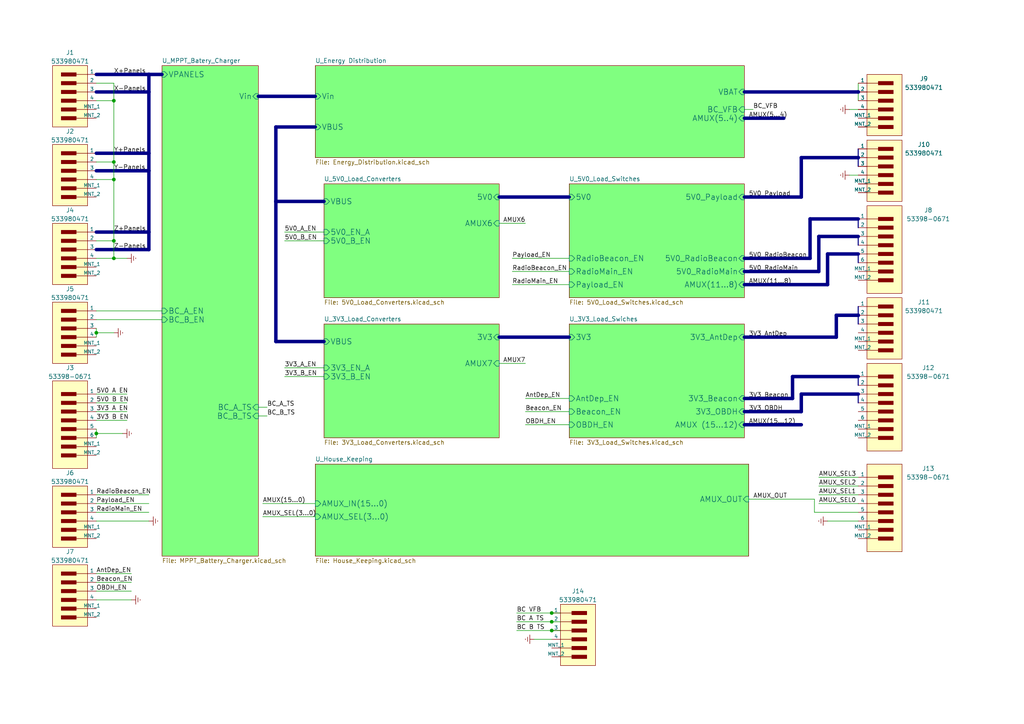
<source format=kicad_sch>
(kicad_sch (version 20230121) (generator eeschema)
  (paper "A4")
  (lib_symbols
    (symbol "533980471_1" (pin_names (offset 0))
      (property "Reference" "J1" (at -11.43 11.43 0))
      (property "Value" "533980471" (at -11.43 8.89 0))
      (symbol "533980471_1_1_1"
        (rectangle (start -16.51 7.62) (end -6.35 -10.16) (fill (type background)))
        (rectangle (start -13.97 -7.112) (end -9.652 -8.128) (fill (type outline)))
        (rectangle (start -13.97 -4.572) (end -9.652 -5.588) (fill (type outline)))
        (rectangle (start -13.97 -2.032) (end -9.652 -3.048) (fill (type outline)))
        (rectangle (start -13.97 0.508) (end -9.652 -0.508) (fill (type outline)))
        (rectangle (start -13.97 3.048) (end -9.652 2.032) (fill (type outline)))
        (rectangle (start -13.97 5.588) (end -9.652 4.572) (fill (type outline)))
        (polyline (pts (xy -11.938 -7.62) (xy -6.35 -7.62)))
        (polyline (pts (xy -11.938 -5.08) (xy -6.35 -5.08)))
        (polyline (pts (xy -11.938 -2.54) (xy -6.35 -2.54)))
        (polyline (pts (xy -11.938 0) (xy -6.35 0)))
        (polyline (pts (xy -11.938 2.54) (xy -6.35 2.54)))
        (polyline (pts (xy -11.938 5.08) (xy -6.35 5.08)))
        (pin passive line (at -3.81 5.08 180) (length 2.54) (name "1") (number ""))
        (pin passive line (at -3.81 2.54 180) (length 2.54) (name "2") (number ""))
        (pin passive line (at -3.81 0 180) (length 2.54) (name "3") (number ""))
        (pin passive line (at -3.81 -2.54 180) (length 2.54) (name "4") (number ""))
        (pin passive line (at -3.81 -5.08 180) (length 2.54) (name "MNT_1") (number ""))
        (pin passive line (at -3.81 -7.62 180) (length 2.54) (name "MNT_2") (number ""))
      )
    )
    (symbol "533980671:53398-0671" (pin_names (offset 0))
      (property "Reference" "J3" (at -10.16 8.89 0))
      (property "Value" "53398-0671" (at -10.16 6.35 0))
      (symbol "53398-0671_1_1"
        (rectangle (start -15.24 5.08) (end -5.08 -20.32) (fill (type background)))
        (rectangle (start -12.7 -16.002) (end -8.382 -17.018) (fill (type outline)))
        (rectangle (start -12.7 -13.462) (end -8.382 -14.478) (fill (type outline)))
        (rectangle (start -12.7 -10.922) (end -8.382 -11.938) (fill (type outline)))
        (rectangle (start -12.7 -8.382) (end -8.382 -9.398) (fill (type outline)))
        (rectangle (start -12.7 -5.842) (end -8.382 -6.858) (fill (type outline)))
        (rectangle (start -12.7 -3.302) (end -8.382 -4.318) (fill (type outline)))
        (rectangle (start -12.7 -0.762) (end -8.382 -1.778) (fill (type outline)))
        (rectangle (start -12.7 1.778) (end -8.382 0.762) (fill (type outline)))
        (polyline (pts (xy -10.668 -16.51) (xy -5.08 -16.51)))
        (polyline (pts (xy -10.668 -13.97) (xy -5.08 -13.97)))
        (polyline (pts (xy -10.668 -11.43) (xy -5.08 -11.43)))
        (polyline (pts (xy -10.668 -8.89) (xy -5.08 -8.89)))
        (polyline (pts (xy -10.668 -6.35) (xy -5.08 -6.35)))
        (polyline (pts (xy -10.668 -3.81) (xy -5.08 -3.81)))
        (polyline (pts (xy -10.668 -1.27) (xy -5.08 -1.27)))
        (polyline (pts (xy -10.668 1.27) (xy -5.08 1.27)))
        (pin passive line (at -2.54 1.27 180) (length 2.54) (name "1") (number ""))
        (pin passive line (at -2.54 -1.27 180) (length 2.54) (name "2") (number ""))
        (pin passive line (at -2.54 -3.81 180) (length 2.54) (name "3") (number ""))
        (pin passive line (at -2.54 -6.35 180) (length 2.54) (name "4") (number ""))
        (pin passive line (at -2.54 -8.89 180) (length 2.54) (name "5") (number ""))
        (pin passive line (at -2.54 -11.43 180) (length 2.54) (name "6") (number ""))
        (pin passive line (at -2.54 -13.97 180) (length 2.54) (name "MNT_1") (number ""))
        (pin passive line (at -2.54 -16.51 180) (length 2.54) (name "MNT_2") (number ""))
      )
    )
    (symbol "power:Earth" (power) (pin_names (offset 0))
      (symbol "Earth_0_1"
        (polyline (pts (xy -0.635 -1.905) (xy 0.635 -1.905)))
        (polyline (pts (xy -0.127 -2.54) (xy 0.127 -2.54)))
        (polyline (pts (xy 0 -1.27) (xy 0 0)))
        (polyline (pts (xy 1.27 -1.27) (xy -1.27 -1.27)))
      )
      (symbol "Earth_1_1"
        (pin power_in line (at 0 0 270) (length 0) hide (name "Earth") (number "1"))
      )
    )
  )
  (junction (at 248.92 45.72))
  (junction (at 43.18 67.31))
  (junction (at 248.92 26.67))
  (junction (at 33.02 74.93))
  (junction (at 43.18 21.59))
  (junction (at 27.94 96.52))
  (junction (at 43.18 26.67))
  (junction (at 33.02 46.99))
  (junction (at 33.02 52.07))
  (junction (at 43.18 44.45))
  (junction (at 27.94 125.73))
  (junction (at 43.18 49.53))
  (junction (at 248.92 91.44))
  (junction (at 33.02 29.21))
  (junction (at 160.02 182.88))
  (junction (at 33.02 69.85))
  (junction (at 80.01 58.42))
  (junction (at 160.02 177.8))
  (junction (at 160.02 180.34))
  (bus (pts (xy 237.49 68.58) (xy 237.49 78.74)) (stroke (width 1)))
  (wire (pts (xy 27.94 90.17) (xy 46.99 90.17)))
  (bus (pts (xy 234.95 74.93) (xy 215.9 74.93)) (stroke (width 1)))
  (wire (pts (xy 33.02 52.07) (xy 27.94 52.07)))
  (wire (pts (xy 27.94 121.92) (xy 36.83 121.92)))
  (wire (pts (xy 33.02 74.93) (xy 27.94 74.93)))
  (bus (pts (xy 237.49 78.74) (xy 215.9 78.74)) (stroke (width 1)))
  (bus (pts (xy 240.03 73.66) (xy 240.03 82.55)) (stroke (width 1)))
  (wire (pts (xy 240.03 151.13) (xy 248.92 151.13)))
  (bus (pts (xy 248.92 45.72) (xy 232.41 45.72)) (stroke (width 1)))
  (wire (pts (xy 215.9 31.75) (xy 218.44 31.75)))
  (bus (pts (xy 80.01 99.06) (xy 80.01 58.42)) (stroke (width 1)))
  (wire (pts (xy 27.94 96.52) (xy 27.94 97.79)))
  (wire (pts (xy 74.93 118.11) (xy 77.47 118.11)))
  (wire (pts (xy 33.02 29.21) (xy 27.94 29.21)))
  (wire (pts (xy 27.94 92.71) (xy 46.99 92.71)))
  (bus (pts (xy 248.92 91.44) (xy 248.92 93.98)))
  (bus (pts (xy 240.03 82.55) (xy 215.9 82.55)) (stroke (width 1)))
  (bus (pts (xy 248.92 45.72) (xy 248.92 48.26)))
  (bus (pts (xy 215.9 115.57) (xy 229.87 115.57)) (stroke (width 1)))
  (wire (pts (xy 82.55 106.68) (xy 93.98 106.68)))
  (bus (pts (xy 27.94 44.45) (xy 43.18 44.45)) (stroke (width 1)))
  (wire (pts (xy 237.49 138.43) (xy 248.92 138.43)))
  (wire (pts (xy 152.4 123.19) (xy 165.1 123.19)))
  (wire (pts (xy 33.02 46.99) (xy 33.02 52.07)))
  (bus (pts (xy 232.41 45.72) (xy 232.41 57.15)) (stroke (width 1)))
  (bus (pts (xy 74.93 27.94) (xy 91.44 27.94)) (stroke (width 1)))
  (wire (pts (xy 33.02 69.85) (xy 27.94 69.85)))
  (wire (pts (xy 237.49 143.51) (xy 248.92 143.51)))
  (wire (pts (xy 154.94 185.42) (xy 160.02 185.42)))
  (wire (pts (xy 152.4 115.57) (xy 165.1 115.57)))
  (wire (pts (xy 237.49 146.05) (xy 248.92 146.05)))
  (wire (pts (xy 33.02 24.13) (xy 33.02 29.21)))
  (wire (pts (xy 82.55 67.31) (xy 93.98 67.31)))
  (wire (pts (xy 82.55 69.85) (xy 93.98 69.85)))
  (bus (pts (xy 248.92 68.58) (xy 237.49 68.58)) (stroke (width 1)))
  (bus (pts (xy 43.18 26.67) (xy 43.18 21.59)) (stroke (width 1)))
  (wire (pts (xy 33.02 29.21) (xy 33.02 46.99)))
  (bus (pts (xy 248.92 109.22) (xy 248.92 111.76)))
  (wire (pts (xy 27.94 119.38) (xy 36.83 119.38)))
  (bus (pts (xy 43.18 49.53) (xy 43.18 67.31)) (stroke (width 1)))
  (bus (pts (xy 27.94 49.53) (xy 43.18 49.53)) (stroke (width 1)))
  (wire (pts (xy 27.94 173.99) (xy 38.1 173.99)))
  (wire (pts (xy 27.94 168.91) (xy 38.1 168.91)))
  (bus (pts (xy 43.18 26.67) (xy 43.18 44.45)) (stroke (width 1)))
  (wire (pts (xy 27.94 24.13) (xy 33.02 24.13)))
  (wire (pts (xy 27.94 166.37) (xy 38.1 166.37)))
  (bus (pts (xy 144.78 57.15) (xy 165.1 57.15)) (stroke (width 1)))
  (bus (pts (xy 80.01 36.83) (xy 80.01 58.42)) (stroke (width 1)))
  (wire (pts (xy 160.02 177.8) (xy 162.56 177.8)))
  (wire (pts (xy 27.94 148.59) (xy 43.18 148.59)))
  (wire (pts (xy 33.02 69.85) (xy 33.02 74.93)))
  (bus (pts (xy 234.95 63.5) (xy 234.95 74.93)) (stroke (width 1)))
  (bus (pts (xy 248.92 68.58) (xy 248.92 71.12)))
  (wire (pts (xy 27.94 114.3) (xy 36.83 114.3)))
  (bus (pts (xy 248.92 73.66) (xy 240.03 73.66)) (stroke (width 1)))
  (bus (pts (xy 144.78 97.79) (xy 165.1 97.79)) (stroke (width 1)))
  (wire (pts (xy 144.78 105.41) (xy 152.4 105.41)))
  (bus (pts (xy 248.92 63.5) (xy 248.92 66.04)))
  (bus (pts (xy 215.9 123.19) (xy 232.41 123.19)) (stroke (width 1)))
  (wire (pts (xy 248.92 26.67) (xy 248.92 29.21)))
  (bus (pts (xy 215.9 34.29) (xy 227.33 34.29)) (stroke (width 1)))
  (wire (pts (xy 76.2 149.86) (xy 91.44 149.86)))
  (wire (pts (xy 149.86 180.34) (xy 160.02 180.34)))
  (wire (pts (xy 236.22 148.59) (xy 248.92 148.59)))
  (bus (pts (xy 27.94 72.39) (xy 43.18 72.39)) (stroke (width 1)))
  (wire (pts (xy 236.22 144.78) (xy 236.22 148.59)))
  (bus (pts (xy 93.98 99.06) (xy 80.01 99.06)) (stroke (width 1)))
  (bus (pts (xy 248.92 109.22) (xy 229.87 109.22)) (stroke (width 1)))
  (wire (pts (xy 144.78 64.77) (xy 152.4 64.77)))
  (wire (pts (xy 152.4 119.38) (xy 165.1 119.38)))
  (wire (pts (xy 27.94 146.05) (xy 43.18 146.05)))
  (bus (pts (xy 229.87 109.22) (xy 229.87 115.57)) (stroke (width 1)))
  (wire (pts (xy 27.94 96.52) (xy 33.02 96.52)))
  (bus (pts (xy 43.18 44.45) (xy 43.18 49.53)) (stroke (width 1)))
  (bus (pts (xy 248.92 114.3) (xy 248.92 116.84)))
  (bus (pts (xy 27.94 21.59) (xy 43.18 21.59)) (stroke (width 1)))
  (bus (pts (xy 232.41 119.38) (xy 232.41 114.3)) (stroke (width 1)))
  (bus (pts (xy 232.41 114.3) (xy 248.92 114.3)) (stroke (width 1)))
  (wire (pts (xy 27.94 125.73) (xy 35.56 125.73)))
  (bus (pts (xy 43.18 21.59) (xy 46.99 21.59)) (stroke (width 1)))
  (wire (pts (xy 33.02 74.93) (xy 36.83 74.93)))
  (wire (pts (xy 217.17 144.78) (xy 236.22 144.78)))
  (bus (pts (xy 242.57 97.79) (xy 242.57 91.44)) (stroke (width 1)))
  (wire (pts (xy 76.2 146.05) (xy 91.44 146.05)))
  (wire (pts (xy 33.02 52.07) (xy 33.02 69.85)))
  (bus (pts (xy 80.01 58.42) (xy 93.98 58.42)) (stroke (width 1)))
  (bus (pts (xy 248.92 73.66) (xy 248.92 76.2)))
  (bus (pts (xy 232.41 57.15) (xy 215.9 57.15)) (stroke (width 1)))
  (wire (pts (xy 27.94 143.51) (xy 43.18 143.51)))
  (bus (pts (xy 215.9 97.79) (xy 242.57 97.79)) (stroke (width 1)))
  (wire (pts (xy 148.59 74.93) (xy 165.1 74.93)))
  (bus (pts (xy 27.94 67.31) (xy 43.18 67.31)) (stroke (width 1)))
  (wire (pts (xy 33.02 46.99) (xy 27.94 46.99)))
  (wire (pts (xy 149.86 177.8) (xy 160.02 177.8)))
  (wire (pts (xy 160.02 180.34) (xy 162.56 180.34)))
  (wire (pts (xy 148.59 82.55) (xy 165.1 82.55)))
  (wire (pts (xy 237.49 140.97) (xy 248.92 140.97)))
  (wire (pts (xy 27.94 95.25) (xy 27.94 96.52)))
  (bus (pts (xy 27.94 26.67) (xy 43.18 26.67)) (stroke (width 1)))
  (wire (pts (xy 82.55 109.22) (xy 93.98 109.22)))
  (bus (pts (xy 43.18 67.31) (xy 43.18 72.39)) (stroke (width 1)))
  (wire (pts (xy 248.92 24.13) (xy 248.92 26.67)))
  (bus (pts (xy 248.92 43.18) (xy 248.92 45.72)))
  (bus (pts (xy 91.44 36.83) (xy 80.01 36.83)) (stroke (width 1)))
  (wire (pts (xy 27.94 125.73) (xy 27.94 127)))
  (wire (pts (xy 27.94 171.45) (xy 38.1 171.45)))
  (bus (pts (xy 248.92 63.5) (xy 234.95 63.5)) (stroke (width 1)))
  (bus (pts (xy 248.92 88.9) (xy 248.92 91.44)))
  (bus (pts (xy 215.9 26.67) (xy 248.92 26.67)) (stroke (width 1)))
  (wire (pts (xy 246.38 50.8) (xy 248.92 50.8)))
  (wire (pts (xy 27.94 124.46) (xy 27.94 125.73)))
  (bus (pts (xy 215.9 119.38) (xy 232.41 119.38)) (stroke (width 1)))
  (wire (pts (xy 27.94 151.13) (xy 43.18 151.13)))
  (bus (pts (xy 242.57 91.44) (xy 248.92 91.44)) (stroke (width 1)))
  (wire (pts (xy 149.86 182.88) (xy 160.02 182.88)))
  (wire (pts (xy 74.93 120.65) (xy 77.47 120.65)))
  (wire (pts (xy 148.59 78.74) (xy 165.1 78.74)))
  (wire (pts (xy 27.94 116.84) (xy 36.83 116.84)))
  (wire (pts (xy 160.02 182.88) (xy 162.56 182.88)))
  (wire (pts (xy 246.38 31.75) (xy 248.92 31.75)))
  (label "3V3_B_EN" (at 82.55 109.22 0))
  (label "3V3_Beacon" (at 217.17 115.57 0))
  (label "BC_B_TS" (at 77.47 120.65 0))
  (label "AMUX(15...0)" (at 76.2 146.05 0))
  (label "Beacon_EN" (at 152.4 119.38 0))
  (label "AMUX(15...12)" (at 217.17 123.19 0))
  (label "5V0 B EN" (at 27.94 116.84 0))
  (label "AMUX6" (at 152.4 64.77 180))
  (label "BC VFB" (at 149.86 177.8 0))
  (label "Z-Panels" (at 33.02 72.39 0))
  (label "AMUX_SEL(3...0)" (at 76.2 149.86 0))
  (label "5V0 A EN" (at 27.94 114.3 0))
  (label "5V0_A_EN" (at 82.55 67.31 0))
  (label "3V3_A_EN" (at 82.55 106.68 0))
  (label "BC_A_TS" (at 77.47 118.11 0))
  (label "AMUX_SEL3" (at 237.49 138.43 0))
  (label "AMUX7" (at 152.4 105.41 180))
  (label "AMUX_OUT" (at 218.44 144.78 0))
  (label "Y+Panels" (at 33.02 44.45 0))
  (label "AntDep_EN" (at 152.4 115.57 0))
  (label "BC B TS" (at 149.86 182.88 0))
  (label "RadioBeacon_EN" (at 27.94 143.51 0))
  (label "Beacon_EN" (at 27.94 168.91 0))
  (label "RadioMain_EN" (at 27.94 148.59 0))
  (label "BC A TS" (at 149.86 180.34 0))
  (label "AMUX_SEL2" (at 237.49 140.97 0))
  (label "AMUX_SEL0" (at 237.49 146.05 0))
  (label "Y-Panels" (at 33.02 49.53 0))
  (label "X+Panels" (at 33.02 21.59 0))
  (label "Payload_EN" (at 148.59 74.93 0))
  (label "AntDep_EN" (at 27.94 166.37 0))
  (label "5V0_B_EN" (at 82.55 69.85 0))
  (label "OBDH_EN" (at 27.94 171.45 0))
  (label "3V3_AntDep" (at 217.17 97.79 0))
  (label "3V3 A EN" (at 27.94 119.38 0))
  (label "AMUX_SEL1" (at 237.49 143.51 0))
  (label "5V0_RadioMain" (at 217.17 78.74 0))
  (label "5V0_RadioBeacon" (at 217.17 74.93 0))
  (label "BC_VFB" (at 218.44 31.75 0))
  (label "Payload_EN" (at 27.94 146.05 0))
  (label "3V3_OBDH" (at 217.17 119.38 0))
  (label "3V3 B EN" (at 27.94 121.92 0))
  (label "RadioMain_EN" (at 148.59 82.55 0))
  (label "5V0_Payload" (at 217.17 57.15 0))
  (label "AMUX(5...4)" (at 217.17 34.29 0))
  (label "RadioBeacon_EN" (at 148.59 78.74 0))
  (label "Z+Panels" (at 33.02 67.31 0))
  (label "AMUX(11...8)" (at 217.17 82.55 0))
  (label "X-Panels" (at 33.02 26.67 0))
  (label "OBDH_EN" (at 152.4 123.19 0))
  (symbol (lib_id "power:Earth") (at 36.83 74.93 90) (unit 1)
    (property "Reference" "#PWR039" (effects hide))
    (property "Value" "Earth" (effects hide))
  )
  (symbol (lib_id "power:Earth") (at 246.38 31.75 270) (unit 1)
    (property "Reference" "#PWR042" (effects hide))
    (property "Value" "Earth" (effects hide))
  )
  (symbol (lib_name "533980471_1") (lib_id "533980471:533980471") (at 245.11 29.21 0) (mirror y) (unit 1)
    (property "Reference" "J9" (at 267.97 22.86 0))
    (property "Value" "533980471" (at 267.97 25.4 0))
    (property "Footprint" "Molex-533980471-*" (effects hide))
    (property "Datasheet" "https://www.molex.com/pdm_docs/ps/PS-51021-024-001.pdf" (effects hide))
    (property "ambient temperature range high" "+105°C" (effects hide))
    (property "ambient temperature range low" "-40°C" (effects hide))
    (property "automotive" "No" (effects hide))
    (property "category" "Conn" (effects hide))
    (property "contact material" "Tin" (effects hide))
    (property "current rating" "1A" (effects hide))
    (property "device class L1" "Connectors" (effects hide))
    (property "device class L2" "Headers and Wire Housings" (effects hide))
    (property "device class L3" "unset" (effects hide))
    (property "digikey description" "CONN HEADER SMD 4POS 1.25MM" (effects hide))
    (property "digikey part number" "WM7608CT-ND" (effects hide))
    (property "footprint url" "https://www.molex.com/pdm_docs/sd/533980471_sd.pdf" (effects hide))
    (property "height" "5.1mm" (effects hide))
    (property "is connector" "yes" (effects hide))
    (property "is male" "yes" (effects hide))
    (property "lead free" "Yes" (effects hide))
    (property "library id" "4d2e3deedc0cf3e3" (effects hide))
    (property "manufacturer" "Molex" (effects hide))
    (property "mouser part number" "538-53398-0471" (effects hide))
    (property "number of contacts" "4" (effects hide))
    (property "number of rows" "1" (effects hide))
    (property "package" "HDR4" (effects hide))
    (property "pitch" "1.25mm" (effects hide))
    (property "rohs" "Yes" (effects hide))
    (property "standoff height" "0.05mm" (effects hide))
    (property "temperature range high" "+105°C" (effects hide))
    (property "temperature range low" "-40°C" (effects hide))
    (property "voltage rating" "125V" (effects hide))
  )
  (symbol (lib_name "533980471_1") (lib_id "533980471:533980471") (at 31.75 49.53 0) (unit 1)
    (property "Reference" "J2" (at 20.32 38.1 0))
    (property "Value" "533980471" (at 20.32 40.64 0))
    (property "Footprint" "Molex-533980471-*" (effects hide))
    (property "Datasheet" "https://www.molex.com/pdm_docs/ps/PS-51021-024-001.pdf" (effects hide))
    (property "ambient temperature range high" "+105°C" (effects hide))
    (property "ambient temperature range low" "-40°C" (effects hide))
    (property "automotive" "No" (effects hide))
    (property "category" "Conn" (effects hide))
    (property "contact material" "Tin" (effects hide))
    (property "current rating" "1A" (effects hide))
    (property "device class L1" "Connectors" (effects hide))
    (property "device class L2" "Headers and Wire Housings" (effects hide))
    (property "device class L3" "unset" (effects hide))
    (property "digikey description" "CONN HEADER SMD 4POS 1.25MM" (effects hide))
    (property "digikey part number" "WM7608CT-ND" (effects hide))
    (property "footprint url" "https://www.molex.com/pdm_docs/sd/533980471_sd.pdf" (effects hide))
    (property "height" "5.1mm" (effects hide))
    (property "is connector" "yes" (effects hide))
    (property "is male" "yes" (effects hide))
    (property "lead free" "Yes" (effects hide))
    (property "library id" "4d2e3deedc0cf3e3" (effects hide))
    (property "manufacturer" "Molex" (effects hide))
    (property "mouser part number" "538-53398-0471" (effects hide))
    (property "number of contacts" "4" (effects hide))
    (property "number of rows" "1" (effects hide))
    (property "package" "HDR4" (effects hide))
    (property "pitch" "1.25mm" (effects hide))
    (property "rohs" "Yes" (effects hide))
    (property "standoff height" "0.05mm" (effects hide))
    (property "temperature range high" "+105°C" (effects hide))
    (property "temperature range low" "-40°C" (effects hide))
    (property "voltage rating" "125V" (effects hide))
  )
  (symbol (lib_name "533980471_1") (lib_id "533980471:533980471") (at 245.11 93.98 0) (mirror y) (unit 1)
    (property "Reference" "J11" (at 267.97 87.63 0))
    (property "Value" "533980471" (at 267.97 90.17 0))
    (property "Footprint" "Molex-533980471-*" (effects hide))
    (property "Datasheet" "https://www.molex.com/pdm_docs/ps/PS-51021-024-001.pdf" (effects hide))
    (property "ambient temperature range high" "+105°C" (effects hide))
    (property "ambient temperature range low" "-40°C" (effects hide))
    (property "automotive" "No" (effects hide))
    (property "category" "Conn" (effects hide))
    (property "contact material" "Tin" (effects hide))
    (property "current rating" "1A" (effects hide))
    (property "device class L1" "Connectors" (effects hide))
    (property "device class L2" "Headers and Wire Housings" (effects hide))
    (property "device class L3" "unset" (effects hide))
    (property "digikey description" "CONN HEADER SMD 4POS 1.25MM" (effects hide))
    (property "digikey part number" "WM7608CT-ND" (effects hide))
    (property "footprint url" "https://www.molex.com/pdm_docs/sd/533980471_sd.pdf" (effects hide))
    (property "height" "5.1mm" (effects hide))
    (property "is connector" "yes" (effects hide))
    (property "is male" "yes" (effects hide))
    (property "lead free" "Yes" (effects hide))
    (property "library id" "4d2e3deedc0cf3e3" (effects hide))
    (property "manufacturer" "Molex" (effects hide))
    (property "mouser part number" "538-53398-0471" (effects hide))
    (property "number of contacts" "4" (effects hide))
    (property "number of rows" "1" (effects hide))
    (property "package" "HDR4" (effects hide))
    (property "pitch" "1.25mm" (effects hide))
    (property "rohs" "Yes" (effects hide))
    (property "standoff height" "0.05mm" (effects hide))
    (property "temperature range high" "+105°C" (effects hide))
    (property "temperature range low" "-40°C" (effects hide))
    (property "voltage rating" "125V" (effects hide))
  )
  (symbol (lib_name "533980471_1") (lib_id "533980471:533980471") (at 31.75 26.67 0) (unit 1)
    (property "Reference" "J1" (at 20.32 15.24 0))
    (property "Value" "533980471" (at 20.32 17.78 0))
    (property "Footprint" "Molex-533980471-*" (effects hide))
    (property "Datasheet" "https://www.molex.com/pdm_docs/ps/PS-51021-024-001.pdf" (effects hide))
    (property "ambient temperature range high" "+105°C" (effects hide))
    (property "ambient temperature range low" "-40°C" (effects hide))
    (property "automotive" "No" (effects hide))
    (property "category" "Conn" (effects hide))
    (property "contact material" "Tin" (effects hide))
    (property "current rating" "1A" (effects hide))
    (property "device class L1" "Connectors" (effects hide))
    (property "device class L2" "Headers and Wire Housings" (effects hide))
    (property "device class L3" "unset" (effects hide))
    (property "digikey description" "CONN HEADER SMD 4POS 1.25MM" (effects hide))
    (property "digikey part number" "WM7608CT-ND" (effects hide))
    (property "footprint url" "https://www.molex.com/pdm_docs/sd/533980471_sd.pdf" (effects hide))
    (property "height" "5.1mm" (effects hide))
    (property "is connector" "yes" (effects hide))
    (property "is male" "yes" (effects hide))
    (property "lead free" "Yes" (effects hide))
    (property "library id" "4d2e3deedc0cf3e3" (effects hide))
    (property "manufacturer" "Molex" (effects hide))
    (property "mouser part number" "538-53398-0471" (effects hide))
    (property "number of contacts" "4" (effects hide))
    (property "number of rows" "1" (effects hide))
    (property "package" "HDR4" (effects hide))
    (property "pitch" "1.25mm" (effects hide))
    (property "rohs" "Yes" (effects hide))
    (property "standoff height" "0.05mm" (effects hide))
    (property "temperature range high" "+105°C" (effects hide))
    (property "temperature range low" "-40°C" (effects hide))
    (property "voltage rating" "125V" (effects hide))
  )
  (symbol (lib_id "power:Earth") (at 35.56 125.73 90) (unit 1)
    (property "Reference" "#PWR035" (effects hide))
    (property "Value" "Earth" (effects hide))
  )
  (symbol (lib_id "power:Earth") (at 240.03 151.13 270) (unit 1)
    (property "Reference" "#PWR041" (effects hide))
    (property "Value" "Earth" (effects hide))
  )
  (symbol (lib_name "533980471_1") (lib_id "533980471:533980471") (at 31.75 171.45 0) (unit 1)
    (property "Reference" "J7" (at 20.32 160.02 0))
    (property "Value" "533980471" (at 20.32 162.56 0))
    (property "Footprint" "Molex-533980471-*" (effects hide))
    (property "Datasheet" "https://www.molex.com/pdm_docs/ps/PS-51021-024-001.pdf" (effects hide))
    (property "ambient temperature range high" "+105°C" (effects hide))
    (property "ambient temperature range low" "-40°C" (effects hide))
    (property "automotive" "No" (effects hide))
    (property "category" "Conn" (effects hide))
    (property "contact material" "Tin" (effects hide))
    (property "current rating" "1A" (effects hide))
    (property "device class L1" "Connectors" (effects hide))
    (property "device class L2" "Headers and Wire Housings" (effects hide))
    (property "device class L3" "unset" (effects hide))
    (property "digikey description" "CONN HEADER SMD 4POS 1.25MM" (effects hide))
    (property "digikey part number" "WM7608CT-ND" (effects hide))
    (property "footprint url" "https://www.molex.com/pdm_docs/sd/533980471_sd.pdf" (effects hide))
    (property "height" "5.1mm" (effects hide))
    (property "is connector" "yes" (effects hide))
    (property "is male" "yes" (effects hide))
    (property "lead free" "Yes" (effects hide))
    (property "library id" "4d2e3deedc0cf3e3" (effects hide))
    (property "manufacturer" "Molex" (effects hide))
    (property "mouser part number" "538-53398-0471" (effects hide))
    (property "number of contacts" "4" (effects hide))
    (property "number of rows" "1" (effects hide))
    (property "package" "HDR4" (effects hide))
    (property "pitch" "1.25mm" (effects hide))
    (property "rohs" "Yes" (effects hide))
    (property "standoff height" "0.05mm" (effects hide))
    (property "temperature range high" "+105°C" (effects hide))
    (property "temperature range low" "-40°C" (effects hide))
    (property "voltage rating" "125V" (effects hide))
  )
  (symbol (lib_id "power:Earth") (at 154.94 185.42 270) (unit 1)
    (property "Reference" "#PWR040" (effects hide))
    (property "Value" "Earth" (effects hide))
  )
  (symbol (lib_name "533980471_1") (lib_id "533980471:533980471") (at 31.75 148.59 0) (unit 1)
    (property "Reference" "J6" (at 20.32 137.16 0))
    (property "Value" "533980471" (at 20.32 139.7 0))
    (property "Footprint" "Molex-533980471-*" (effects hide))
    (property "Datasheet" "https://www.molex.com/pdm_docs/ps/PS-51021-024-001.pdf" (effects hide))
    (property "ambient temperature range high" "+105°C" (effects hide))
    (property "ambient temperature range low" "-40°C" (effects hide))
    (property "automotive" "No" (effects hide))
    (property "category" "Conn" (effects hide))
    (property "contact material" "Tin" (effects hide))
    (property "current rating" "1A" (effects hide))
    (property "device class L1" "Connectors" (effects hide))
    (property "device class L2" "Headers and Wire Housings" (effects hide))
    (property "device class L3" "unset" (effects hide))
    (property "digikey description" "CONN HEADER SMD 4POS 1.25MM" (effects hide))
    (property "digikey part number" "WM7608CT-ND" (effects hide))
    (property "footprint url" "https://www.molex.com/pdm_docs/sd/533980471_sd.pdf" (effects hide))
    (property "height" "5.1mm" (effects hide))
    (property "is connector" "yes" (effects hide))
    (property "is male" "yes" (effects hide))
    (property "lead free" "Yes" (effects hide))
    (property "library id" "4d2e3deedc0cf3e3" (effects hide))
    (property "manufacturer" "Molex" (effects hide))
    (property "mouser part number" "538-53398-0471" (effects hide))
    (property "number of contacts" "4" (effects hide))
    (property "number of rows" "1" (effects hide))
    (property "package" "HDR4" (effects hide))
    (property "pitch" "1.25mm" (effects hide))
    (property "rohs" "Yes" (effects hide))
    (property "standoff height" "0.05mm" (effects hide))
    (property "temperature range high" "+105°C" (effects hide))
    (property "temperature range low" "-40°C" (effects hide))
    (property "voltage rating" "125V" (effects hide))
  )
  (symbol (lib_name "533980471_1") (lib_id "533980471:533980471") (at 156.21 182.88 0) (mirror y) (unit 1)
    (property "Reference" "J14" (at 167.64 171.45 0))
    (property "Value" "533980471" (at 167.64 173.99 0))
    (property "Footprint" "Molex-533980471-*" (effects hide))
    (property "Datasheet" "https://www.molex.com/pdm_docs/ps/PS-51021-024-001.pdf" (effects hide))
    (property "ambient temperature range high" "+105°C" (effects hide))
    (property "ambient temperature range low" "-40°C" (effects hide))
    (property "automotive" "No" (effects hide))
    (property "category" "Conn" (effects hide))
    (property "contact material" "Tin" (effects hide))
    (property "current rating" "1A" (effects hide))
    (property "device class L1" "Connectors" (effects hide))
    (property "device class L2" "Headers and Wire Housings" (effects hide))
    (property "device class L3" "unset" (effects hide))
    (property "digikey description" "CONN HEADER SMD 4POS 1.25MM" (effects hide))
    (property "digikey part number" "WM7608CT-ND" (effects hide))
    (property "footprint url" "https://www.molex.com/pdm_docs/sd/533980471_sd.pdf" (effects hide))
    (property "height" "5.1mm" (effects hide))
    (property "is connector" "yes" (effects hide))
    (property "is male" "yes" (effects hide))
    (property "lead free" "Yes" (effects hide))
    (property "library id" "4d2e3deedc0cf3e3" (effects hide))
    (property "manufacturer" "Molex" (effects hide))
    (property "mouser part number" "538-53398-0471" (effects hide))
    (property "number of contacts" "4" (effects hide))
    (property "number of rows" "1" (effects hide))
    (property "package" "HDR4" (effects hide))
    (property "pitch" "1.25mm" (effects hide))
    (property "rohs" "Yes" (effects hide))
    (property "standoff height" "0.05mm" (effects hide))
    (property "temperature range high" "+105°C" (effects hide))
    (property "temperature range low" "-40°C" (effects hide))
    (property "voltage rating" "125V" (effects hide))
  )
  (symbol (lib_id "533980671:53398-0671") (at 246.38 110.49 0) (mirror y) (unit 1)
    (property "Reference" "J12" (at 269.24 106.68 0))
    (property "Value" "53398-0671" (at 269.24 109.22 0))
    (property "Footprint" "Molex-53398-0671-0-0-*" (effects hide))
    (property "Datasheet" "https://www.molex.com/pdm_docs/sd/533980671_sd.pdf" (effects hide))
    (property "category" "Conn" (effects hide))
    (property "contact material" "Tin" (effects hide))
    (property "current rating" "1A" (effects hide))
    (property "device class L1" "Connectors" (effects hide))
    (property "device class L2" "Headers and Wire Housings" (effects hide))
    (property "device class L3" "unset" (effects hide))
    (property "digikey description" "CONN HEADER 6POS 1.25MM VERT SMD" (effects hide))
    (property "digikey part number" "WM7610CT-ND" (effects hide))
    (property "height" "4.9mm" (effects hide))
    (property "is connector" "yes" (effects hide))
    (property "is male" "yes" (effects hide))
    (property "lead free" "yes" (effects hide))
    (property "library id" "da45f97994f845ed" (effects hide))
    (property "manufacturer" "Molex" (effects hide))
    (property "mouser description" "Headers & Wire Housings VERTICAL HDR SMT 6P" (effects hide))
    (property "mouser part number" "538-53398-0671" (effects hide))
    (property "number of contacts" "6" (effects hide))
    (property "number of rows" "1" (effects hide))
    (property "package" "HDR6" (effects hide))
    (property "rohs" "yes" (effects hide))
    (property "standoff height" "0.05mm" (effects hide))
    (property "temperature range high" "+85°C" (effects hide))
    (property "temperature range low" "-40°C" (effects hide))
    (property "voltage rating" "125V" (effects hide))
  )
  (symbol (lib_id "power:Earth") (at 38.1 173.99 90) (unit 1)
    (property "Reference" "#PWR037" (effects hide))
    (property "Value" "Earth" (effects hide))
  )
  (symbol (lib_id "533980671:53398-0671") (at 30.48 115.57 0) (unit 1)
    (property "Reference" "J3" (at 20.32 106.68 0))
    (property "Value" "53398-0671" (at 20.32 109.22 0))
    (property "Footprint" "Molex-53398-0671-0-0-*" (effects hide))
    (property "Datasheet" "https://www.molex.com/pdm_docs/sd/533980671_sd.pdf" (effects hide))
    (property "category" "Conn" (effects hide))
    (property "contact material" "Tin" (effects hide))
    (property "current rating" "1A" (effects hide))
    (property "device class L1" "Connectors" (effects hide))
    (property "device class L2" "Headers and Wire Housings" (effects hide))
    (property "device class L3" "unset" (effects hide))
    (property "digikey description" "CONN HEADER 6POS 1.25MM VERT SMD" (effects hide))
    (property "digikey part number" "WM7610CT-ND" (effects hide))
    (property "height" "4.9mm" (effects hide))
    (property "is connector" "yes" (effects hide))
    (property "is male" "yes" (effects hide))
    (property "lead free" "yes" (effects hide))
    (property "library id" "da45f97994f845ed" (effects hide))
    (property "manufacturer" "Molex" (effects hide))
    (property "mouser description" "Headers & Wire Housings VERTICAL HDR SMT 6P" (effects hide))
    (property "mouser part number" "538-53398-0671" (effects hide))
    (property "number of contacts" "6" (effects hide))
    (property "number of rows" "1" (effects hide))
    (property "package" "HDR6" (effects hide))
    (property "rohs" "yes" (effects hide))
    (property "standoff height" "0.05mm" (effects hide))
    (property "temperature range high" "+85°C" (effects hide))
    (property "temperature range low" "-40°C" (effects hide))
    (property "voltage rating" "125V" (effects hide))
  )
  (symbol (lib_name "533980471_1") (lib_id "533980471:533980471") (at 245.11 48.26 0) (mirror y) (unit 1)
    (property "Reference" "J10" (at 267.97 41.91 0))
    (property "Value" "533980471" (at 267.97 44.45 0))
    (property "Footprint" "Molex-533980471-*" (effects hide))
    (property "Datasheet" "https://www.molex.com/pdm_docs/ps/PS-51021-024-001.pdf" (effects hide))
    (property "ambient temperature range high" "+105°C" (effects hide))
    (property "ambient temperature range low" "-40°C" (effects hide))
    (property "automotive" "No" (effects hide))
    (property "category" "Conn" (effects hide))
    (property "contact material" "Tin" (effects hide))
    (property "current rating" "1A" (effects hide))
    (property "device class L1" "Connectors" (effects hide))
    (property "device class L2" "Headers and Wire Housings" (effects hide))
    (property "device class L3" "unset" (effects hide))
    (property "digikey description" "CONN HEADER SMD 4POS 1.25MM" (effects hide))
    (property "digikey part number" "WM7608CT-ND" (effects hide))
    (property "footprint url" "https://www.molex.com/pdm_docs/sd/533980471_sd.pdf" (effects hide))
    (property "height" "5.1mm" (effects hide))
    (property "is connector" "yes" (effects hide))
    (property "is male" "yes" (effects hide))
    (property "lead free" "Yes" (effects hide))
    (property "library id" "4d2e3deedc0cf3e3" (effects hide))
    (property "manufacturer" "Molex" (effects hide))
    (property "mouser part number" "538-53398-0471" (effects hide))
    (property "number of contacts" "4" (effects hide))
    (property "number of rows" "1" (effects hide))
    (property "package" "HDR4" (effects hide))
    (property "pitch" "1.25mm" (effects hide))
    (property "rohs" "Yes" (effects hide))
    (property "standoff height" "0.05mm" (effects hide))
    (property "temperature range high" "+105°C" (effects hide))
    (property "temperature range low" "-40°C" (effects hide))
    (property "voltage rating" "125V" (effects hide))
  )
  (symbol (lib_id "533980671:53398-0671") (at 246.38 64.77 0) (mirror y) (unit 1)
    (property "Reference" "J8" (at 269.24 60.96 0))
    (property "Value" "53398-0671" (at 269.24 63.5 0))
    (property "Footprint" "Molex-53398-0671-0-0-*" (effects hide))
    (property "Datasheet" "https://www.molex.com/pdm_docs/sd/533980671_sd.pdf" (effects hide))
    (property "category" "Conn" (effects hide))
    (property "contact material" "Tin" (effects hide))
    (property "current rating" "1A" (effects hide))
    (property "device class L1" "Connectors" (effects hide))
    (property "device class L2" "Headers and Wire Housings" (effects hide))
    (property "device class L3" "unset" (effects hide))
    (property "digikey description" "CONN HEADER 6POS 1.25MM VERT SMD" (effects hide))
    (property "digikey part number" "WM7610CT-ND" (effects hide))
    (property "height" "4.9mm" (effects hide))
    (property "is connector" "yes" (effects hide))
    (property "is male" "yes" (effects hide))
    (property "lead free" "yes" (effects hide))
    (property "library id" "da45f97994f845ed" (effects hide))
    (property "manufacturer" "Molex" (effects hide))
    (property "mouser description" "Headers & Wire Housings VERTICAL HDR SMT 6P" (effects hide))
    (property "mouser part number" "538-53398-0671" (effects hide))
    (property "number of contacts" "6" (effects hide))
    (property "number of rows" "1" (effects hide))
    (property "package" "HDR6" (effects hide))
    (property "rohs" "yes" (effects hide))
    (property "standoff height" "0.05mm" (effects hide))
    (property "temperature range high" "+85°C" (effects hide))
    (property "temperature range low" "-40°C" (effects hide))
    (property "voltage rating" "125V" (effects hide))
  )
  (symbol (lib_id "power:Earth") (at 246.38 50.8 270) (unit 1)
    (property "Reference" "#PWR045" (effects hide))
    (property "Value" "Earth" (effects hide))
  )
  (symbol (lib_name "533980471_1") (lib_id "533980471:533980471") (at 31.75 72.39 0) (unit 1)
    (property "Reference" "J4" (at 20.32 60.96 0))
    (property "Value" "533980471" (at 20.32 63.5 0))
    (property "Footprint" "Molex-533980471-*" (effects hide))
    (property "Datasheet" "https://www.molex.com/pdm_docs/ps/PS-51021-024-001.pdf" (effects hide))
    (property "ambient temperature range high" "+105°C" (effects hide))
    (property "ambient temperature range low" "-40°C" (effects hide))
    (property "automotive" "No" (effects hide))
    (property "category" "Conn" (effects hide))
    (property "contact material" "Tin" (effects hide))
    (property "current rating" "1A" (effects hide))
    (property "device class L1" "Connectors" (effects hide))
    (property "device class L2" "Headers and Wire Housings" (effects hide))
    (property "device class L3" "unset" (effects hide))
    (property "digikey description" "CONN HEADER SMD 4POS 1.25MM" (effects hide))
    (property "digikey part number" "WM7608CT-ND" (effects hide))
    (property "footprint url" "https://www.molex.com/pdm_docs/sd/533980471_sd.pdf" (effects hide))
    (property "height" "5.1mm" (effects hide))
    (property "is connector" "yes" (effects hide))
    (property "is male" "yes" (effects hide))
    (property "lead free" "Yes" (effects hide))
    (property "library id" "4d2e3deedc0cf3e3" (effects hide))
    (property "manufacturer" "Molex" (effects hide))
    (property "mouser part number" "538-53398-0471" (effects hide))
    (property "number of contacts" "4" (effects hide))
    (property "number of rows" "1" (effects hide))
    (property "package" "HDR4" (effects hide))
    (property "pitch" "1.25mm" (effects hide))
    (property "rohs" "Yes" (effects hide))
    (property "standoff height" "0.05mm" (effects hide))
    (property "temperature range high" "+105°C" (effects hide))
    (property "temperature range low" "-40°C" (effects hide))
    (property "voltage rating" "125V" (effects hide))
  )
  (symbol (lib_name "533980471_1") (lib_id "533980471:533980471") (at 31.75 95.25 0) (unit 1)
    (property "Reference" "J5" (at 20.32 83.82 0))
    (property "Value" "533980471" (at 20.32 86.36 0))
    (property "Footprint" "Molex-533980471-*" (effects hide))
    (property "Datasheet" "https://www.molex.com/pdm_docs/ps/PS-51021-024-001.pdf" (effects hide))
    (property "ambient temperature range high" "+105°C" (effects hide))
    (property "ambient temperature range low" "-40°C" (effects hide))
    (property "automotive" "No" (effects hide))
    (property "category" "Conn" (effects hide))
    (property "contact material" "Tin" (effects hide))
    (property "current rating" "1A" (effects hide))
    (property "device class L1" "Connectors" (effects hide))
    (property "device class L2" "Headers and Wire Housings" (effects hide))
    (property "device class L3" "unset" (effects hide))
    (property "digikey description" "CONN HEADER SMD 4POS 1.25MM" (effects hide))
    (property "digikey part number" "WM7608CT-ND" (effects hide))
    (property "footprint url" "https://www.molex.com/pdm_docs/sd/533980471_sd.pdf" (effects hide))
    (property "height" "5.1mm" (effects hide))
    (property "is connector" "yes" (effects hide))
    (property "is male" "yes" (effects hide))
    (property "lead free" "Yes" (effects hide))
    (property "library id" "4d2e3deedc0cf3e3" (effects hide))
    (property "manufacturer" "Molex" (effects hide))
    (property "mouser part number" "538-53398-0471" (effects hide))
    (property "number of contacts" "4" (effects hide))
    (property "number of rows" "1" (effects hide))
    (property "package" "HDR4" (effects hide))
    (property "pitch" "1.25mm" (effects hide))
    (property "rohs" "Yes" (effects hide))
    (property "standoff height" "0.05mm" (effects hide))
    (property "temperature range high" "+105°C" (effects hide))
    (property "temperature range low" "-40°C" (effects hide))
    (property "voltage rating" "125V" (effects hide))
  )
  (symbol (lib_id "power:Earth") (at 33.02 96.52 90) (unit 1)
    (property "Reference" "#PWR038" (effects hide))
    (property "Value" "Earth" (effects hide))
  )
  (symbol (lib_id "533980671:53398-0671") (at 246.38 139.7 0) (mirror y) (unit 1)
    (property "Reference" "J13" (at 269.24 135.89 0))
    (property "Value" "53398-0671" (at 269.24 138.43 0))
    (property "Footprint" "Molex-53398-0671-0-0-*" (effects hide))
    (property "Datasheet" "https://www.molex.com/pdm_docs/sd/533980671_sd.pdf" (effects hide))
    (property "category" "Conn" (effects hide))
    (property "contact material" "Tin" (effects hide))
    (property "current rating" "1A" (effects hide))
    (property "device class L1" "Connectors" (effects hide))
    (property "device class L2" "Headers and Wire Housings" (effects hide))
    (property "device class L3" "unset" (effects hide))
    (property "digikey description" "CONN HEADER 6POS 1.25MM VERT SMD" (effects hide))
    (property "digikey part number" "WM7610CT-ND" (effects hide))
    (property "height" "4.9mm" (effects hide))
    (property "is connector" "yes" (effects hide))
    (property "is male" "yes" (effects hide))
    (property "lead free" "yes" (effects hide))
    (property "library id" "da45f97994f845ed" (effects hide))
    (property "manufacturer" "Molex" (effects hide))
    (property "mouser description" "Headers & Wire Housings VERTICAL HDR SMT 6P" (effects hide))
    (property "mouser part number" "538-53398-0671" (effects hide))
    (property "number of contacts" "6" (effects hide))
    (property "number of rows" "1" (effects hide))
    (property "package" "HDR6" (effects hide))
    (property "rohs" "yes" (effects hide))
    (property "standoff height" "0.05mm" (effects hide))
    (property "temperature range high" "+85°C" (effects hide))
    (property "temperature range low" "-40°C" (effects hide))
    (property "voltage rating" "125V" (effects hide))
  )
  (symbol (lib_id "power:Earth") (at 43.18 151.13 90) (unit 1)
    (property "Reference" "#PWR036" (effects hide))
    (property "Value" "Earth" (effects hide))
  )
  (sheet (at 91.44 134.62) (size 125.73 26.67) (stroke (width 0.1524)) (fill (color 128 255 128 1.0000))
    (property "Sheetname" "U_House_Keeping" (at 91.44 133.9084 0) (effects (justify left bottom)))
    (property "Sheetfile" "House_Keeping.kicad_sch" (at 91.44 161.8746 0) (effects (justify left top)))
    (pin "AMUX_SEL(3...0)" input (at 91.44 149.86 180) (effects (font (size 1.6 1.6))))
    (pin "AMUX_IN(15...0)" input (at 91.44 146.05 180) (effects (font (size 1.6 1.6))))
    (pin "AMUX_OUT" input (at 217.17 144.78 0) (effects (font (size 1.6 1.6))))
  )
  (sheet (at 46.99 19.05) (size 27.94 142.24) (stroke (width 0.1524)) (fill (color 128 255 128 1.0000))
    (property "Sheetname" "U_MPPT_Batery_Charger" (at 46.99 18.3384 0) (effects (justify left bottom)))
    (property "Sheetfile" "MPPT_Battery_Charger.kicad_sch" (at 46.99 161.8746 0) (effects (justify left top)))
    (pin "Vin" input (at 74.93 27.94 0) (effects (font (size 1.6 1.6))))
    (pin "VPANELS" input (at 46.99 21.59 180) (effects (font (size 1.6 1.6))))
    (pin "BC_A_EN" input (at 46.99 90.17 180) (effects (font (size 1.6 1.6))))
    (pin "BC_A_TS" input (at 74.93 118.11 0) (effects (font (size 1.6 1.6))))
    (pin "BC_B_TS" input (at 74.93 120.65 0) (effects (font (size 1.6 1.6))))
    (pin "BC_B_EN" input (at 46.99 92.71 180) (effects (font (size 1.6 1.6))))
  )
  (sheet (at 165.1 53.34) (size 50.8 33.02) (stroke (width 0.1524)) (fill (color 128 255 128 1.0000))
    (property "Sheetname" "U_5V0_Load_Switches" (at 165.1 52.6284 0) (effects (justify left bottom)))
    (property "Sheetfile" "5V0_Load_Switches.kicad_sch" (at 165.1 86.9446 0) (effects (justify left top)))
    (pin "AMUX(11...8)" input (at 215.9 82.55 0) (effects (font (size 1.6 1.6))))
    (pin "5V0" input (at 165.1 57.15 180) (effects (font (size 1.6 1.6))))
    (pin "RadioMain_EN" input (at 165.1 78.74 180) (effects (font (size 1.6 1.6))))
    (pin "5V0_Payload" input (at 215.9 57.15 0) (effects (font (size 1.6 1.6))))
    (pin "5V0_RadioMain" input (at 215.9 78.74 0) (effects (font (size 1.6 1.6))))
    (pin "Payload_EN" input (at 165.1 82.55 180) (effects (font (size 1.6 1.6))))
    (pin "5V0_RadioBeacon" input (at 215.9 74.93 0) (effects (font (size 1.6 1.6))))
    (pin "RadioBeacon_EN" input (at 165.1 74.93 180) (effects (font (size 1.6 1.6))))
  )
  (sheet (at 93.98 53.34) (size 50.8 33.02) (stroke (width 0.1524)) (fill (color 128 255 128 1.0000))
    (property "Sheetname" "U_5V0_Load_Converters" (at 93.98 52.6284 0) (effects (justify left bottom)))
    (property "Sheetfile" "5V0_Load_Converters.kicad_sch" (at 93.98 86.9446 0) (effects (justify left top)))
    (pin "5V0" input (at 144.78 57.15 0) (effects (font (size 1.6 1.6))))
    (pin "5V0_B_EN" input (at 93.98 69.85 180) (effects (font (size 1.6 1.6))))
    (pin "VBUS" input (at 93.98 58.42 180) (effects (font (size 1.6 1.6))))
    (pin "5V0_EN_A" input (at 93.98 67.31 180) (effects (font (size 1.6 1.6))))
    (pin "AMUX6" input (at 144.78 64.77 0) (effects (font (size 1.6 1.6))))
  )
  (sheet (at 93.98 93.98) (size 50.8 33.02) (stroke (width 0.1524)) (fill (color 128 255 128 1.0000))
    (property "Sheetname" "U_3V3_Load_Converters" (at 93.98 93.2684 0) (effects (justify left bottom)))
    (property "Sheetfile" "3V3_Load_Converters.kicad_sch" (at 93.98 127.5846 0) (effects (justify left top)))
    (pin "3V3_B_EN" input (at 93.98 109.22 180) (effects (font (size 1.6 1.6))))
    (pin "3V3_EN_A" input (at 93.98 106.68 180) (effects (font (size 1.6 1.6))))
    (pin "AMUX7" input (at 144.78 105.41 0) (effects (font (size 1.6 1.6))))
    (pin "VBUS" input (at 93.98 99.06 180) (effects (font (size 1.6 1.6))))
    (pin "3V3" input (at 144.78 97.79 0) (effects (font (size 1.6 1.6))))
  )
  (sheet (at 165.1 93.98) (size 50.8 33.02) (stroke (width 0.1524)) (fill (color 128 255 128 1.0000))
    (property "Sheetname" "U_3V3_Load_Swiches" (at 165.1 93.2684 0) (effects (justify left bottom)))
    (property "Sheetfile" "3V3_Load_Switches.kicad_sch" (at 165.1 127.5846 0) (effects (justify left top)))
    (pin "3V3_AntDep" input (at 215.9 97.79 0) (effects (font (size 1.6 1.6))))
    (pin "Beacon_EN" input (at 165.1 119.38 180) (effects (font (size 1.6 1.6))))
    (pin "3V3_Beacon" input (at 215.9 115.57 0) (effects (font (size 1.6 1.6))))
    (pin "3V3_OBDH" input (at 215.9 119.38 0) (effects (font (size 1.6 1.6))))
    (pin "AMUX (15...12)" input (at 215.9 123.19 0) (effects (font (size 1.6 1.6))))
    (pin "3V3" input (at 165.1 97.79 180) (effects (font (size 1.6 1.6))))
    (pin "AntDep_EN" input (at 165.1 115.57 180) (effects (font (size 1.6 1.6))))
    (pin "OBDH_EN" input (at 165.1 123.19 180) (effects (font (size 1.6 1.6))))
  )
  (sheet (at 91.44 19.05) (size 124.46 26.67) (stroke (width 0.1524)) (fill (color 128 255 128 1.0000))
    (property "Sheetname" "U_Energy Distribution" (at 91.44 18.3384 0) (effects (justify left bottom)))
    (property "Sheetfile" "Energy_Distribution.kicad_sch" (at 91.44 46.3046 0) (effects (justify left top)))
    (pin "BC_VFB" input (at 215.9 31.75 0) (effects (font (size 1.6 1.6))))
    (pin "AMUX(5..4)" input (at 215.9 34.29 0) (effects (font (size 1.6 1.6))))
    (pin "VBAT" input (at 215.9 26.67 0) (effects (font (size 1.6 1.6))))
    (pin "Vin" input (at 91.44 27.94 180) (effects (font (size 1.6 1.6))))
    (pin "VBUS" input (at 91.44 36.83 180) (effects (font (size 1.6 1.6))))
  )
)
</source>
